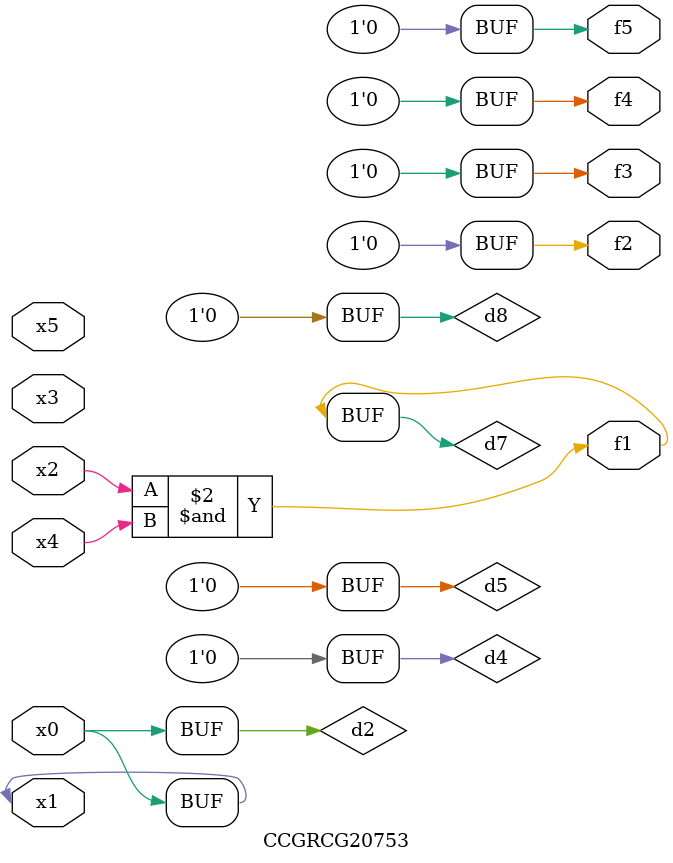
<source format=v>
module CCGRCG20753(
	input x0, x1, x2, x3, x4, x5,
	output f1, f2, f3, f4, f5
);

	wire d1, d2, d3, d4, d5, d6, d7, d8, d9;

	nand (d1, x1);
	buf (d2, x0, x1);
	nand (d3, x2, x4);
	and (d4, d1, d2);
	and (d5, d1, d2);
	nand (d6, d1, d3);
	not (d7, d3);
	xor (d8, d5);
	nor (d9, d5, d6);
	assign f1 = d7;
	assign f2 = d8;
	assign f3 = d8;
	assign f4 = d8;
	assign f5 = d8;
endmodule

</source>
